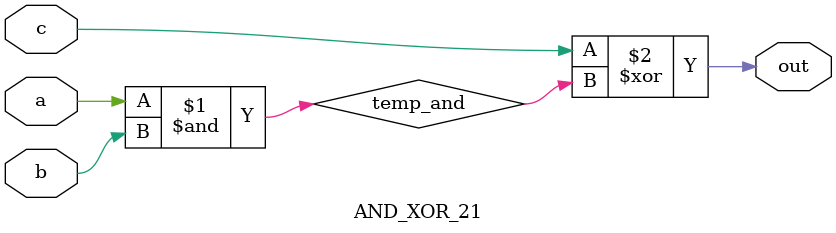
<source format=v>
module AND_XOR_21(
		input a,
		input b,
		input c,
		
		output out
	);
	
	wire temp_and;
	and and_inst (temp_and,a,b);
	xor (out, c, temp_and);
	
endmodule
</source>
